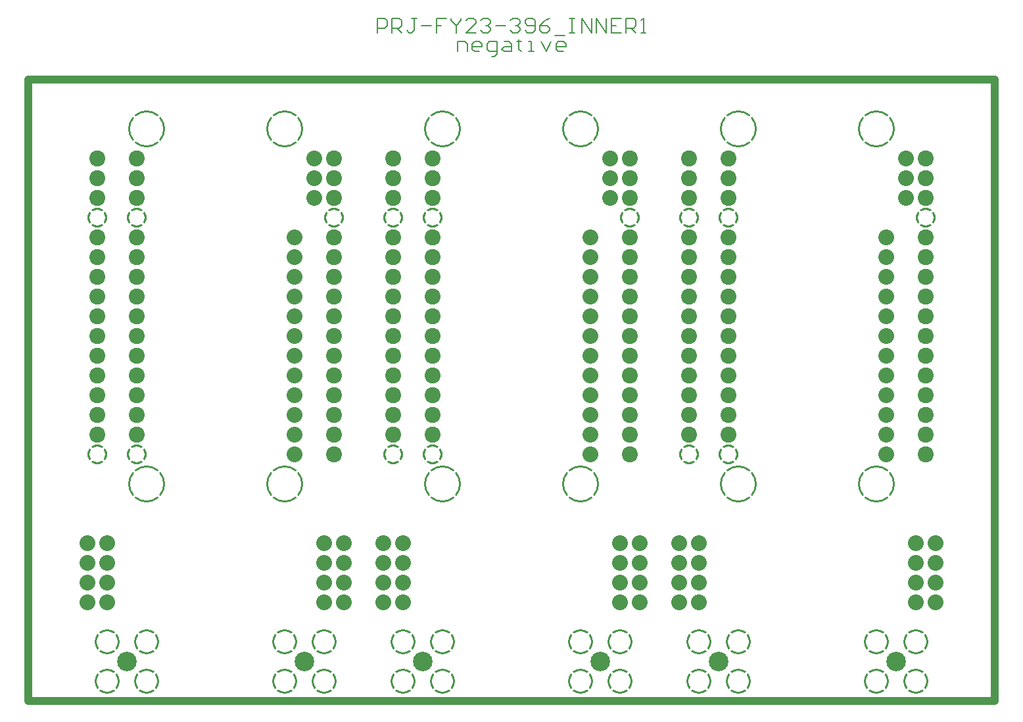
<source format=gbr>
%TF.GenerationSoftware,Altium Limited,Altium Designer,23.11.1 (41)*%
G04 Layer_Physical_Order=2*
G04 Layer_Color=32768*
%FSLAX45Y45*%
%MOMM*%
%TF.SameCoordinates,5324538C-4B84-4F37-AFBE-1FD82F1EBFC5*%
%TF.FilePolarity,Negative*%
%TF.FileFunction,Copper,L2,Inr,Plane*%
%TF.Part,Single*%
G01*
G75*
%TA.AperFunction,NonConductor*%
%ADD13C,0.20320*%
%ADD20C,1.01600*%
%TA.AperFunction,ComponentPad*%
%ADD21C,2.03600*%
G04:AMPARAMS|DCode=22|XSize=4.775mm|YSize=4.775mm|CornerRadius=0mm|HoleSize=0mm|Usage=FLASHONLY|Rotation=0.000|XOffset=0mm|YOffset=0mm|HoleType=Round|Shape=Relief|Width=0.254mm|Gap=0.254mm|Entries=4|*
%AMTHD22*
7,0,0,4.77500,4.26700,0.25400,45*
%
%ADD22THD22*%
%ADD23C,2.05600*%
G04:AMPARAMS|DCode=24|XSize=2.564mm|YSize=2.564mm|CornerRadius=0mm|HoleSize=0mm|Usage=FLASHONLY|Rotation=0.000|XOffset=0mm|YOffset=0mm|HoleType=Round|Shape=Relief|Width=0.254mm|Gap=0.254mm|Entries=4|*
%AMTHD24*
7,0,0,2.56400,2.05600,0.25400,45*
%
%ADD24THD24*%
G04:AMPARAMS|DCode=25|XSize=3.224mm|YSize=3.224mm|CornerRadius=0mm|HoleSize=0mm|Usage=FLASHONLY|Rotation=0.000|XOffset=0mm|YOffset=0mm|HoleType=Round|Shape=Relief|Width=0.254mm|Gap=0.254mm|Entries=4|*
%AMTHD25*
7,0,0,3.22400,2.71600,0.25400,45*
%
%ADD25THD25*%
%ADD26C,2.51600*%
D13*
X5524726Y8361701D02*
Y8488659D01*
X5619945D01*
X5651684Y8456920D01*
Y8361701D01*
X5810383D02*
X5746904D01*
X5715164Y8393440D01*
Y8456920D01*
X5746904Y8488659D01*
X5810383D01*
X5842123Y8456920D01*
Y8425180D01*
X5715164D01*
X5969082Y8298221D02*
X6000822D01*
X6032561Y8329961D01*
Y8488659D01*
X5937342D01*
X5905603Y8456920D01*
Y8393440D01*
X5937342Y8361701D01*
X6032561D01*
X6127781Y8488659D02*
X6191260D01*
X6223000Y8456920D01*
Y8361701D01*
X6127781D01*
X6096041Y8393440D01*
X6127781Y8425180D01*
X6223000D01*
X6318220Y8520399D02*
Y8488659D01*
X6286480D01*
X6349959D01*
X6318220D01*
Y8393440D01*
X6349959Y8361701D01*
X6445178D02*
X6508658D01*
X6476918D01*
Y8488659D01*
X6445178D01*
X6603877D02*
X6667356Y8361701D01*
X6730836Y8488659D01*
X6889535Y8361701D02*
X6826055D01*
X6794316Y8393440D01*
Y8456920D01*
X6826055Y8488659D01*
X6889535D01*
X6921274Y8456920D01*
Y8425180D01*
X6794316D01*
X4493184Y8599831D02*
Y8790269D01*
X4588403D01*
X4620142Y8758529D01*
Y8695050D01*
X4588403Y8663310D01*
X4493184D01*
X4683622Y8599831D02*
Y8790269D01*
X4778841D01*
X4810581Y8758529D01*
Y8695050D01*
X4778841Y8663310D01*
X4683622D01*
X4747102D02*
X4810581Y8599831D01*
X5001019Y8790269D02*
X4937540D01*
X4969280D01*
Y8631570D01*
X4937540Y8599831D01*
X4905800D01*
X4874061Y8631570D01*
X5064499Y8695050D02*
X5191458D01*
X5381897Y8790269D02*
X5254938D01*
Y8695050D01*
X5318417D01*
X5254938D01*
Y8599831D01*
X5445376Y8790269D02*
Y8758529D01*
X5508856Y8695050D01*
X5572335Y8758529D01*
Y8790269D01*
X5508856Y8695050D02*
Y8599831D01*
X5762774D02*
X5635815D01*
X5762774Y8726790D01*
Y8758529D01*
X5731034Y8790269D01*
X5667555D01*
X5635815Y8758529D01*
X5826253D02*
X5857993Y8790269D01*
X5921473D01*
X5953212Y8758529D01*
Y8726790D01*
X5921473Y8695050D01*
X5889733D01*
X5921473D01*
X5953212Y8663310D01*
Y8631570D01*
X5921473Y8599831D01*
X5857993D01*
X5826253Y8631570D01*
X6016692Y8695050D02*
X6143651D01*
X6207130Y8758529D02*
X6238870Y8790269D01*
X6302350D01*
X6334089Y8758529D01*
Y8726790D01*
X6302350Y8695050D01*
X6270610D01*
X6302350D01*
X6334089Y8663310D01*
Y8631570D01*
X6302350Y8599831D01*
X6238870D01*
X6207130Y8631570D01*
X6397569D02*
X6429309Y8599831D01*
X6492788D01*
X6524528Y8631570D01*
Y8758529D01*
X6492788Y8790269D01*
X6429309D01*
X6397569Y8758529D01*
Y8726790D01*
X6429309Y8695050D01*
X6524528D01*
X6714966Y8790269D02*
X6651487Y8758529D01*
X6588007Y8695050D01*
Y8631570D01*
X6619747Y8599831D01*
X6683227D01*
X6714966Y8631570D01*
Y8663310D01*
X6683227Y8695050D01*
X6588007D01*
X6778446Y8568091D02*
X6905405D01*
X6968884Y8790269D02*
X7032364D01*
X7000624D01*
Y8599831D01*
X6968884D01*
X7032364D01*
X7127583D02*
Y8790269D01*
X7254542Y8599831D01*
Y8790269D01*
X7318022Y8599831D02*
Y8790269D01*
X7444981Y8599831D01*
Y8790269D01*
X7635419D02*
X7508460D01*
Y8599831D01*
X7635419D01*
X7508460Y8695050D02*
X7571940D01*
X7698899Y8599831D02*
Y8790269D01*
X7794118D01*
X7825858Y8758529D01*
Y8695050D01*
X7794118Y8663310D01*
X7698899D01*
X7762378D02*
X7825858Y8599831D01*
X7889337D02*
X7952817D01*
X7921077D01*
Y8790269D01*
X7889337Y8758529D01*
D20*
X0Y0D02*
Y8001000D01*
X12446000D01*
Y0D02*
Y8001000D01*
X0Y0D02*
X12446000D01*
D21*
X11430000Y2032000D02*
D03*
X11684000D02*
D03*
X11430000Y1778000D02*
D03*
X11684000D02*
D03*
X11430000Y1524000D02*
D03*
X11684000D02*
D03*
X11430000Y1270000D02*
D03*
X11684000D02*
D03*
X11303000Y6985000D02*
D03*
Y6731000D02*
D03*
Y6477000D02*
D03*
X11049000Y3175000D02*
D03*
Y3429000D02*
D03*
Y3683000D02*
D03*
Y3937000D02*
D03*
Y4191000D02*
D03*
Y4445000D02*
D03*
Y4699000D02*
D03*
Y4953000D02*
D03*
Y5207000D02*
D03*
Y5461000D02*
D03*
Y5715000D02*
D03*
Y5969000D02*
D03*
X762000Y2032000D02*
D03*
X1016000D02*
D03*
X762000Y1778000D02*
D03*
X1016000D02*
D03*
X762000Y1524000D02*
D03*
X1016000D02*
D03*
X762000Y1270000D02*
D03*
X1016000D02*
D03*
X4572000Y2032000D02*
D03*
X4826000D02*
D03*
X4572000Y1778000D02*
D03*
X4826000D02*
D03*
X4572000Y1524000D02*
D03*
X4826000D02*
D03*
X4572000Y1270000D02*
D03*
X4826000D02*
D03*
X8382000Y2032000D02*
D03*
X8636000D02*
D03*
X8382000Y1778000D02*
D03*
X8636000D02*
D03*
X8382000Y1524000D02*
D03*
X8636000D02*
D03*
X8382000Y1270000D02*
D03*
X8636000D02*
D03*
X3810000Y2032000D02*
D03*
X4064000D02*
D03*
X3810000Y1778000D02*
D03*
X4064000D02*
D03*
X3810000Y1524000D02*
D03*
X4064000D02*
D03*
X3810000Y1270000D02*
D03*
X4064000D02*
D03*
X7620000Y2032000D02*
D03*
X7874000D02*
D03*
X7620000Y1778000D02*
D03*
X7874000D02*
D03*
X7620000Y1524000D02*
D03*
X7874000D02*
D03*
X7620000Y1270000D02*
D03*
X7874000D02*
D03*
X3683000Y6985000D02*
D03*
Y6731000D02*
D03*
Y6477000D02*
D03*
X7493000Y6985000D02*
D03*
Y6731000D02*
D03*
Y6477000D02*
D03*
X3429000Y3175000D02*
D03*
Y3429000D02*
D03*
Y3683000D02*
D03*
Y3937000D02*
D03*
Y4191000D02*
D03*
Y4445000D02*
D03*
Y4699000D02*
D03*
Y4953000D02*
D03*
Y5207000D02*
D03*
Y5461000D02*
D03*
Y5715000D02*
D03*
Y5969000D02*
D03*
X7239000Y3175000D02*
D03*
Y3429000D02*
D03*
Y3683000D02*
D03*
Y3937000D02*
D03*
Y4191000D02*
D03*
Y4445000D02*
D03*
Y4699000D02*
D03*
Y4953000D02*
D03*
Y5207000D02*
D03*
Y5461000D02*
D03*
Y5715000D02*
D03*
Y5969000D02*
D03*
D22*
X10922000Y7366000D02*
D03*
X3302000Y2794000D02*
D03*
X7112000D02*
D03*
X10922000D02*
D03*
X1524000D02*
D03*
X5334000D02*
D03*
X9144000D02*
D03*
X1524000Y7366000D02*
D03*
X5334000D02*
D03*
X9144000D02*
D03*
X3302000D02*
D03*
X7112000D02*
D03*
D23*
X11557000Y3175000D02*
D03*
Y3429000D02*
D03*
Y3683000D02*
D03*
Y3937000D02*
D03*
Y4191000D02*
D03*
Y4445000D02*
D03*
Y4699000D02*
D03*
Y4953000D02*
D03*
Y5207000D02*
D03*
Y5461000D02*
D03*
Y5715000D02*
D03*
Y5969000D02*
D03*
Y6477000D02*
D03*
Y6731000D02*
D03*
Y6985000D02*
D03*
X889000Y3429000D02*
D03*
Y3683000D02*
D03*
Y3937000D02*
D03*
Y4191000D02*
D03*
Y4445000D02*
D03*
Y4699000D02*
D03*
Y4953000D02*
D03*
Y5207000D02*
D03*
Y5461000D02*
D03*
Y5715000D02*
D03*
Y5969000D02*
D03*
Y6477000D02*
D03*
Y6731000D02*
D03*
Y6985000D02*
D03*
X4699000Y3429000D02*
D03*
Y3683000D02*
D03*
Y3937000D02*
D03*
Y4191000D02*
D03*
Y4445000D02*
D03*
Y4699000D02*
D03*
Y4953000D02*
D03*
Y5207000D02*
D03*
Y5461000D02*
D03*
Y5715000D02*
D03*
Y5969000D02*
D03*
Y6477000D02*
D03*
Y6731000D02*
D03*
Y6985000D02*
D03*
X8509000Y3429000D02*
D03*
Y3683000D02*
D03*
Y3937000D02*
D03*
Y4191000D02*
D03*
Y4445000D02*
D03*
Y4699000D02*
D03*
Y4953000D02*
D03*
Y5207000D02*
D03*
Y5461000D02*
D03*
Y5715000D02*
D03*
Y5969000D02*
D03*
Y6477000D02*
D03*
Y6731000D02*
D03*
Y6985000D02*
D03*
X1397000Y3429000D02*
D03*
Y3683000D02*
D03*
Y3937000D02*
D03*
Y4191000D02*
D03*
Y4445000D02*
D03*
Y4699000D02*
D03*
Y4953000D02*
D03*
Y5207000D02*
D03*
Y5461000D02*
D03*
Y5715000D02*
D03*
Y5969000D02*
D03*
Y6477000D02*
D03*
Y6731000D02*
D03*
Y6985000D02*
D03*
X5207000Y3429000D02*
D03*
Y3683000D02*
D03*
Y3937000D02*
D03*
Y4191000D02*
D03*
Y4445000D02*
D03*
Y4699000D02*
D03*
Y4953000D02*
D03*
Y5207000D02*
D03*
Y5461000D02*
D03*
Y5715000D02*
D03*
Y5969000D02*
D03*
Y6477000D02*
D03*
Y6731000D02*
D03*
Y6985000D02*
D03*
X9017000Y3429000D02*
D03*
Y3683000D02*
D03*
Y3937000D02*
D03*
Y4191000D02*
D03*
Y4445000D02*
D03*
Y4699000D02*
D03*
Y4953000D02*
D03*
Y5207000D02*
D03*
Y5461000D02*
D03*
Y5715000D02*
D03*
Y5969000D02*
D03*
Y6477000D02*
D03*
Y6731000D02*
D03*
Y6985000D02*
D03*
X3937000Y3175000D02*
D03*
Y3429000D02*
D03*
Y3683000D02*
D03*
Y3937000D02*
D03*
Y4191000D02*
D03*
Y4445000D02*
D03*
Y4699000D02*
D03*
Y4953000D02*
D03*
Y5207000D02*
D03*
Y5461000D02*
D03*
Y5715000D02*
D03*
Y5969000D02*
D03*
Y6477000D02*
D03*
Y6731000D02*
D03*
Y6985000D02*
D03*
X7747000Y3175000D02*
D03*
Y3429000D02*
D03*
Y3683000D02*
D03*
Y3937000D02*
D03*
Y4191000D02*
D03*
Y4445000D02*
D03*
Y4699000D02*
D03*
Y4953000D02*
D03*
Y5207000D02*
D03*
Y5461000D02*
D03*
Y5715000D02*
D03*
Y5969000D02*
D03*
Y6477000D02*
D03*
Y6731000D02*
D03*
Y6985000D02*
D03*
D24*
X11557000Y6223000D02*
D03*
X889000Y3175000D02*
D03*
Y6223000D02*
D03*
X4699000Y3175000D02*
D03*
Y6223000D02*
D03*
X8509000Y3175000D02*
D03*
Y6223000D02*
D03*
X1397000Y3175000D02*
D03*
Y6223000D02*
D03*
X5207000Y3175000D02*
D03*
Y6223000D02*
D03*
X9017000Y3175000D02*
D03*
Y6223000D02*
D03*
X3937000D02*
D03*
X7747000Y6223000D02*
D03*
D25*
X11430000Y762000D02*
D03*
Y254000D02*
D03*
X10922000D02*
D03*
Y762000D02*
D03*
X1524000D02*
D03*
Y254000D02*
D03*
X1016000D02*
D03*
Y762000D02*
D03*
X5334000D02*
D03*
Y254000D02*
D03*
X4826000D02*
D03*
Y762000D02*
D03*
X9144000D02*
D03*
Y254000D02*
D03*
X8636000D02*
D03*
Y762000D02*
D03*
X3810000D02*
D03*
Y254000D02*
D03*
X3302000D02*
D03*
Y762000D02*
D03*
X7620000D02*
D03*
Y254000D02*
D03*
X7112000D02*
D03*
Y762000D02*
D03*
D26*
X11176000Y508000D02*
D03*
X1270000D02*
D03*
X5080000D02*
D03*
X8890000D02*
D03*
X3556000D02*
D03*
X7366000D02*
D03*
%TF.MD5,e1f9fb5c7330079bd02d22b564914f0e*%
M02*

</source>
